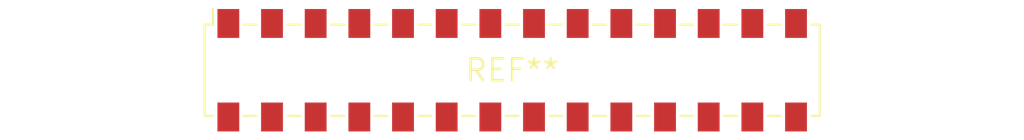
<source format=kicad_pcb>
(kicad_pcb (version 20240108) (generator pcbnew)
  (layers (0 "F.Cu" signal) (31 "B.Cu" signal) (34 "B.Paste" user) (35 "F.Paste" user) (36 "B.SilkS" user "B.Silkscreen") (37 "F.SilkS" user "F.Silkscreen") (38 "B.Mask" user) (39 "F.Mask" user) (44 "Edge.Cuts" user))
  (net 0 "")
  (footprint "Samtec_HLE-114-02-xxx-DV-BE_2x14_P2.54mm_Horizontal" (layer "F.Cu") (at 0 0)
    (property "Reference" "REF**")
    (property "Value" "Samtec_HLE-114-02-xxx-DV-BE_2x14_P2.54mm_Horizontal")
    (fp_line (start -17.89 -2.65) (end -17.89 2.65) (layer "F.SilkS") (stroke (width 0.12)))
    (fp_line (start -17.89 2.65) (end -17.405 2.65) (layer "F.SilkS") (stroke (width 0.12)))
    (fp_line (start -17.405 -3.56) (end -17.405 -2.65) (layer "F.SilkS") (stroke (width 0.12)))
    (fp_line (start -17.405 -2.65) (end -17.89 -2.65) (layer "F.SilkS") (stroke (width 0.12)))
    (fp_line (start -15.615 -2.65) (end -14.865 -2.65) (layer "F.SilkS") (stroke (width 0.12)))
    (fp_line (start -15.615 2.65) (end -14.865 2.65) (layer "F.SilkS") (stroke (width 0.12)))
    (fp_line (start -13.075 -2.65) (end -12.325 -2.65) (layer "F.SilkS") (stroke (width 0.12)))
    (fp_line (start -13.075 2.65) (end -12.325 2.65) (layer "F.SilkS") (stroke (width 0.12)))
    (fp_line (start -10.535 -2.65) (end -9.785 -2.65) (layer "F.SilkS") (stroke (width 0.12)))
    (fp_line (start -10.535 2.65) (end -9.785 2.65) (layer "F.SilkS") (stroke (width 0.12)))
    (fp_line (start -7.995 -2.65) (end -7.245 -2.65) (layer "F.SilkS") (stroke (width 0.12)))
    (fp_line (start -7.995 2.65) (end -7.245 2.65) (layer "F.SilkS") (stroke (width 0.12)))
    (fp_line (start -5.455 -2.65) (end -4.705 -2.65) (layer "F.SilkS") (stroke (width 0.12)))
    (fp_line (start -5.455 2.65) (end -4.705 2.65) (layer "F.SilkS") (stroke (width 0.12)))
    (fp_line (start -2.915 -2.65) (end -2.165 -2.65) (layer "F.SilkS") (stroke (width 0.12)))
    (fp_line (start -2.915 2.65) (end -2.165 2.65) (layer "F.SilkS") (stroke (width 0.12)))
    (fp_line (start -0.375 -2.65) (end 0.375 -2.65) (layer "F.SilkS") (stroke (width 0.12)))
    (fp_line (start -0.375 2.65) (end 0.375 2.65) (layer "F.SilkS") (stroke (width 0.12)))
    (fp_line (start 2.165 -2.65) (end 2.915 -2.65) (layer "F.SilkS") (stroke (width 0.12)))
    (fp_line (start 2.165 2.65) (end 2.915 2.65) (layer "F.SilkS") (stroke (width 0.12)))
    (fp_line (start 4.705 -2.65) (end 5.455 -2.65) (layer "F.SilkS") (stroke (width 0.12)))
    (fp_line (start 4.705 2.65) (end 5.455 2.65) (layer "F.SilkS") (stroke (width 0.12)))
    (fp_line (start 7.245 -2.65) (end 7.995 -2.65) (layer "F.SilkS") (stroke (width 0.12)))
    (fp_line (start 7.245 2.65) (end 7.995 2.65) (layer "F.SilkS") (stroke (width 0.12)))
    (fp_line (start 9.785 -2.65) (end 10.535 -2.65) (layer "F.SilkS") (stroke (width 0.12)))
    (fp_line (start 9.785 2.65) (end 10.535 2.65) (layer "F.SilkS") (stroke (width 0.12)))
    (fp_line (start 12.325 -2.65) (end 13.075 -2.65) (layer "F.SilkS") (stroke (width 0.12)))
    (fp_line (start 12.325 2.65) (end 13.075 2.65) (layer "F.SilkS") (stroke (width 0.12)))
    (fp_line (start 14.865 -2.65) (end 15.615 -2.65) (layer "F.SilkS") (stroke (width 0.12)))
    (fp_line (start 14.865 2.65) (end 15.615 2.65) (layer "F.SilkS") (stroke (width 0.12)))
    (fp_line (start 17.405 -2.65) (end 17.89 -2.65) (layer "F.SilkS") (stroke (width 0.12)))
    (fp_line (start 17.89 -2.65) (end 17.89 2.65) (layer "F.SilkS") (stroke (width 0.12)))
    (fp_line (start 17.89 2.65) (end 17.405 2.65) (layer "F.SilkS") (stroke (width 0.12)))
    (pad "" np_thru_hole circle (at -16.51 -1.27) (size 0.97 0.97) (drill 0.97) (layers *.Cu *.Mask))
    (pad "" np_thru_hole circle (at -16.51 1.27) (size 0.97 0.97) (drill 0.97) (layers *.Cu *.Mask))
    (pad "" np_thru_hole circle (at -13.97 -1.27) (size 0.97 0.97) (drill 0.97) (layers *.Cu *.Mask))
    (pad "" np_thru_hole circle (at -13.97 1.27) (size 0.97 0.97) (drill 0.97) (layers *.Cu *.Mask))
    (pad "" np_thru_hole circle (at -11.43 -1.27) (size 0.97 0.97) (drill 0.97) (layers *.Cu *.Mask))
    (pad "" np_thru_hole circle (at -11.43 1.27) (size 0.97 0.97) (drill 0.97) (layers *.Cu *.Mask))
    (pad "" np_thru_hole circle (at -8.89 -1.27) (size 0.97 0.97) (drill 0.97) (layers *.Cu *.Mask))
    (pad "" np_thru_hole circle (at -8.89 1.27) (size 0.97 0.97) (drill 0.97) (layers *.Cu *.Mask))
    (pad "" np_thru_hole circle (at -6.35 -1.27) (size 0.97 0.97) (drill 0.97) (layers *.Cu *.Mask))
    (pad "" np_thru_hole circle (at -6.35 1.27) (size 0.97 0.97) (drill 0.97) (layers *.Cu *.Mask))
    (pad "" np_thru_hole circle (at -3.81 -1.27) (size 0.97 0.97) (drill 0.97) (layers *.Cu *.Mask))
    (pad "" np_thru_hole circle (at -3.81 1.27) (size 0.97 0.97) (drill 0.97) (layers *.Cu *.Mask))
    (pad "" np_thru_hole circle (at -1.27 -1.27) (size 0.97 0.97) (drill 0.97) (layers *.Cu *.Mask))
    (pad "" np_thru_hole circle (at -1.27 1.27) (size 0.97 0.97) (drill 0.97) (layers *.Cu *.Mask))
    (pad "" np_thru_hole circle (at 1.27 -1.27) (size 0.97 0.97) (drill 0.97) (layers *.Cu *.Mask))
    (pad "" np_thru_hole circle (at 1.27 1.27) (size 0.97 0.97) (drill 0.97) (layers *.Cu *.Mask))
    (pad "" np_thru_hole circle (at 3.81 -1.27) (size 0.97 0.97) (drill 0.97) (layers *.Cu *.Mask))
    (pad "" np_thru_hole circle (at 3.81 1.27) (size 0.97 0.97) (drill 0.97) (layers *.Cu *.Mask))
    (pad "" np_thru_hole circle (at 6.35 -1.27) (size 0.97 0.97) (drill 0.97) (layers *.Cu *.Mask))
    (pad "" np_thru_hole circle (at 6.35 1.27) (size 0.97 0.97) (drill 0.97) (layers *.Cu *.Mask))
    (pad "" np_thru_hole circle (at 8.89 -1.27) (size 0.97 0.97) (drill 0.97) (layers *.Cu *.Mask))
    (pad "" np_thru_hole circle (at 8.89 1.27) (size 0.97 0.97) (drill 0.97) (layers *.Cu *.Mask))
    (pad "" np_thru_hole circle (at 11.43 -1.27) (size 0.97 0.97) (drill 0.97) (layers *.Cu *.Mask))
    (pad "" np_thru_hole circle (at 11.43 1.27) (size 0.97 0.97) (drill 0.97) (layers *.Cu *.Mask))
    (pad "" np_thru_hole circle (at 13.97 -1.27) (size 0.97 0.97) (drill 0.97) (layers *.Cu *.Mask))
    (pad "" np_thru_hole circle (at 13.97 1.27) (size 0.97 0.97) (drill 0.97) (layers *.Cu *.Mask))
    (pad "" np_thru_hole circle (at 16.51 -1.27) (size 0.97 0.97) (drill 0.97) (layers *.Cu *.Mask))
    (pad "" np_thru_hole circle (at 16.51 1.27) (size 0.97 0.97) (drill 0.97) (layers *.Cu *.Mask))
    (pad "1" smd rect (at -16.51 -2.72) (size 1.27 1.68) (layers "F.Cu" "F.Paste" "F.Mask"))
    (pad "2" smd rect (at -16.51 2.72) (size 1.27 1.68) (layers "F.Cu" "F.Paste" "F.Mask"))
    (pad "3" smd rect (at -13.97 -2.72) (size 1.27 1.68) (layers "F.Cu" "F.Paste" "F.Mask"))
    (pad "4" smd rect (at -13.97 2.72) (size 1.27 1.68) (layers "F.Cu" "F.Paste" "F.Mask"))
    (pad "5" smd rect (at -11.43 -2.72) (size 1.27 1.68) (layers "F.Cu" "F.Paste" "F.Mask"))
    (pad "6" smd rect (at -11.43 2.72) (size 1.27 1.68) (layers "F.Cu" "F.Paste" "F.Mask"))
    (pad "7" smd rect (at -8.89 -2.72) (size 1.27 1.68) (layers "F.Cu" "F.Paste" "F.Mask"))
    (pad "8" smd rect (at -8.89 2.72) (size 1.27 1.68) (layers "F.Cu" "F.Paste" "F.Mask"))
    (pad "9" smd rect (at -6.35 -2.72) (size 1.27 1.68) (layers "F.Cu" "F.Paste" "F.Mask"))
    (pad "10" smd rect (at -6.35 2.72) (size 1.27 1.68) (layers "F.Cu" "F.Paste" "F.Mask"))
    (pad "11" smd rect (at -3.81 -2.72) (size 1.27 1.68) (layers "F.Cu" "F.Paste" "F.Mask"))
    (pad "12" smd rect (at -3.81 2.72) (size 1.27 1.68) (layers "F.Cu" "F.Paste" "F.Mask"))
    (pad "13" smd rect (at -1.27 -2.72) (size 1.27 1.68) (layers "F.Cu" "F.Paste" "F.Mask"))
    (pad "14" smd rect (at -1.27 2.72) (size 1.27 1.68) (layers "F.Cu" "F.Paste" "F.Mask"))
    (pad "15" smd rect (at 1.27 -2.72) (size 1.27 1.68) (layers "F.Cu" "F.Paste" "F.Mask"))
    (pad "16" smd rect (at 1.27 2.72) (size 1.27 1.68) (layers "F.Cu" "F.Paste" "F.Mask"))
    (pad "17" smd rect (at 3.81 -2.72) (size 1.27 1.68) (layers "F.Cu" "F.Paste" "F.Mask"))
    (pad "18" smd rect (at 3.81 2.72) (size 1.27 1.68) (layers "F.Cu" "F.Paste" "F.Mask"))
    (pad "19" smd rect (at 6.35 -2.72) (size 1.27 1.68) (layers "F.Cu" "F.Paste" "F.Mask"))
    (pad "20" smd rect (at 6.35 2.72) (size 1.27 1.68) (layers "F.Cu" "F.Paste" "F.Mask"))
    (pad "21" smd rect (at 8.89 -2.72) (size 1.27 1.68) (layers "F.Cu" "F.Paste" "F.Mask"))
    (pad "22" smd rect (at 8.89 2.72) (size 1.27 1.68) (layers "F.Cu" "F.Paste" "F.Mask"))
    (pad "23" smd rect (at 11.43 -2.72) (size 1.27 1.68) (layers "F.Cu" "F.Paste" "F.Mask"))
    (pad "24" smd rect (at 11.43 2.72) (size 1.27 1.68) (layers "F.Cu" "F.Paste" "F.Mask"))
    (pad "25" smd rect (at 13.97 -2.72) (size 1.27 1.68) (layers "F.Cu" "F.Paste" "F.Mask"))
    (pad "26" smd rect (at 13.97 2.72) (size 1.27 1.68) (layers "F.Cu" "F.Paste" "F.Mask"))
    (pad "27" smd rect (at 16.51 -2.72) (size 1.27 1.68) (layers "F.Cu" "F.Paste" "F.Mask"))
    (pad "28" smd rect (at 16.51 2.72) (size 1.27 1.68) (layers "F.Cu" "F.Paste" "F.Mask"))
  )
)
</source>
